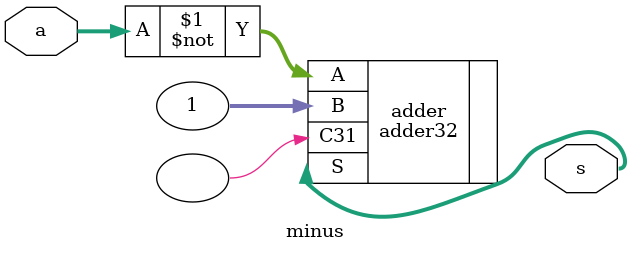
<source format=v>
`timescale 1ns / 1ps


module minus(
input [31:0]a,
output [31:0]s
    );
    adder32 adder(.A(~a),.B(1),.S(s),.C31());
endmodule

</source>
